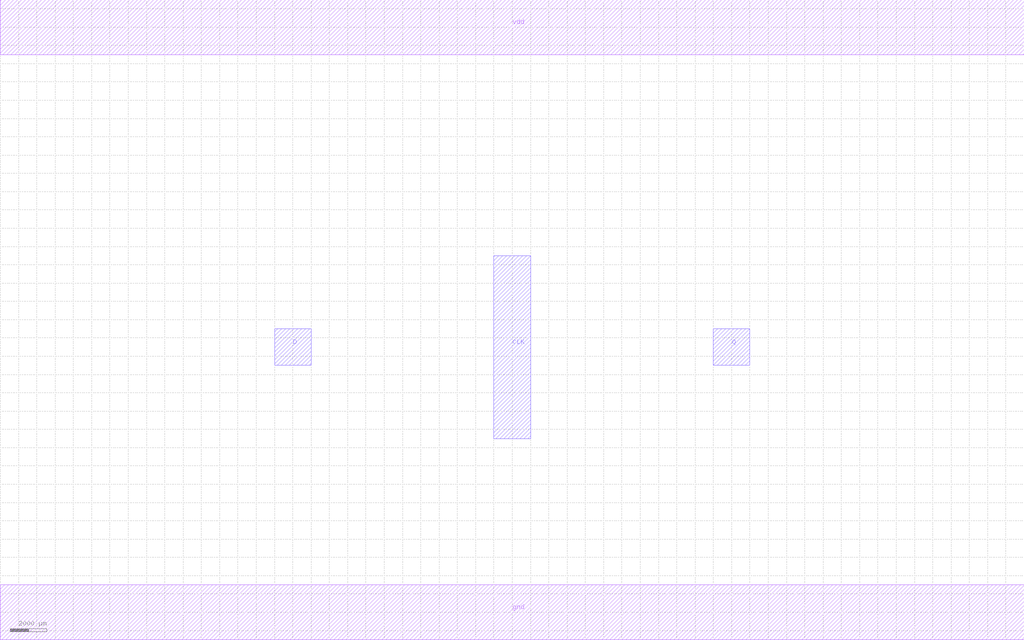
<source format=lef>
MACRO LATCH
 CLASS CORE ;
 ORIGIN 0 0 ;
 FOREIGN LATCH 0 0 ;
 SITE CORE ;
 SYMMETRY X Y R90 ;
  PIN vdd
   DIRECTION INOUT ;
   USE SIGNAL ;
   SHAPE ABUTMENT ;
    PORT
     CLASS CORE ;
       LAYER metal1 ;
        RECT 0.00000000 30500.00000000 56000.00000000 33500.00000000 ;
    END
  END vdd

  PIN gnd
   DIRECTION INOUT ;
   USE SIGNAL ;
   SHAPE ABUTMENT ;
    PORT
     CLASS CORE ;
       LAYER metal1 ;
        RECT 0.00000000 -1500.00000000 56000.00000000 1500.00000000 ;
    END
  END gnd

  PIN CLK
   DIRECTION INOUT ;
   USE SIGNAL ;
   SHAPE ABUTMENT ;
    PORT
     CLASS CORE ;
       LAYER metal2 ;
        RECT 27000.00000000 9500.00000000 29000.00000000 19500.00000000 ;
    END
  END CLK

  PIN D
   DIRECTION INOUT ;
   USE SIGNAL ;
   SHAPE ABUTMENT ;
    PORT
     CLASS CORE ;
       LAYER metal2 ;
        RECT 15000.00000000 13500.00000000 17000.00000000 15500.00000000 ;
    END
  END D

  PIN Q
   DIRECTION INOUT ;
   USE SIGNAL ;
   SHAPE ABUTMENT ;
    PORT
     CLASS CORE ;
       LAYER metal2 ;
        RECT 39000.00000000 13500.00000000 41000.00000000 15500.00000000 ;
    END
  END Q


END LATCH

</source>
